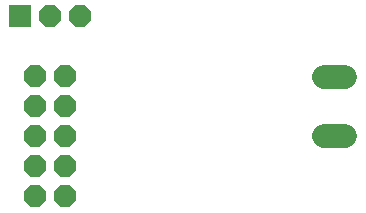
<source format=gbs>
G75*
G70*
%OFA0B0*%
%FSLAX24Y24*%
%IPPOS*%
%LPD*%
%AMOC8*
5,1,8,0,0,1.08239X$1,22.5*
%
%ADD10OC8,0.0720*%
%ADD11R,0.0720X0.0720*%
%ADD12C,0.0790*%
D10*
X001681Y004467D03*
X001681Y005467D03*
X001681Y006467D03*
X001681Y007467D03*
X001681Y008467D03*
X002681Y008467D03*
X002681Y007467D03*
X002681Y006467D03*
X002681Y005467D03*
X002681Y004467D03*
X002181Y010467D03*
X003181Y010467D03*
D11*
X001181Y010467D03*
D12*
X011326Y008451D02*
X012036Y008451D01*
X012036Y006483D02*
X011326Y006483D01*
M02*

</source>
